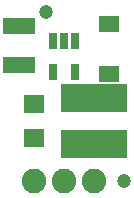
<source format=gbr>
G04 EAGLE Gerber RS-274X export*
G75*
%MOMM*%
%FSLAX34Y34*%
%LPD*%
%INSoldermask Top*%
%IPPOS*%
%AMOC8*
5,1,8,0,0,1.08239X$1,22.5*%
G01*
%ADD10C,2.082800*%
%ADD11R,0.753200X1.403200*%
%ADD12R,1.673200X1.473200*%
%ADD13R,1.803200X1.603200*%
%ADD14R,2.703200X1.403200*%
%ADD15R,5.703200X2.353200*%
%ADD16C,1.203200*%


D10*
X38100Y12700D03*
X63500Y12700D03*
X88900Y12700D03*
D11*
X73000Y131111D03*
X63500Y131111D03*
X54000Y131111D03*
X54000Y105109D03*
X73000Y105109D03*
D12*
X101600Y102960D03*
X101600Y145960D03*
D13*
X38100Y77500D03*
X38100Y49500D03*
D14*
X25400Y110500D03*
X25400Y143500D03*
D15*
X88900Y44300D03*
X88900Y82700D03*
D16*
X114300Y12700D03*
X47752Y155702D03*
M02*

</source>
